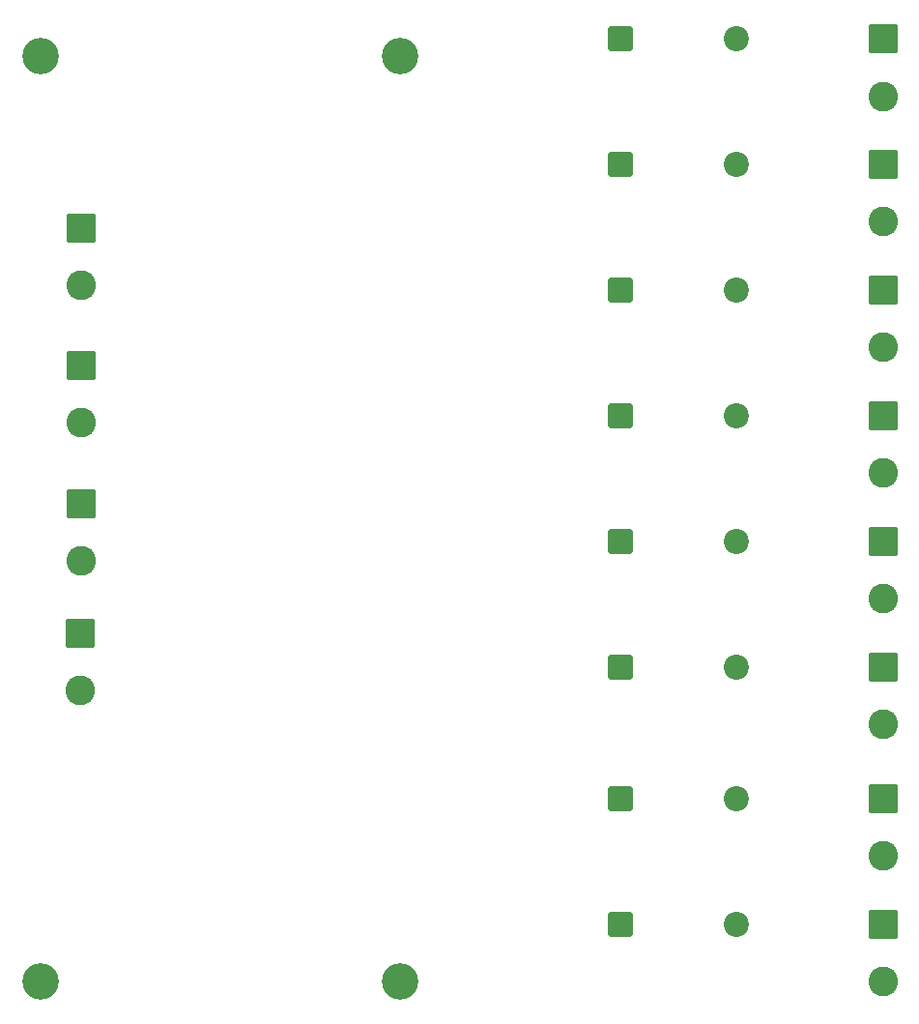
<source format=gbr>
%TF.GenerationSoftware,KiCad,Pcbnew,9.0.7*%
%TF.CreationDate,2026-02-04T22:16:56+01:00*%
%TF.ProjectId,shiftBoard,73686966-7442-46f6-9172-642e6b696361,rev?*%
%TF.SameCoordinates,Original*%
%TF.FileFunction,Soldermask,Bot*%
%TF.FilePolarity,Negative*%
%FSLAX46Y46*%
G04 Gerber Fmt 4.6, Leading zero omitted, Abs format (unit mm)*
G04 Created by KiCad (PCBNEW 9.0.7) date 2026-02-04 22:16:56*
%MOMM*%
%LPD*%
G01*
G04 APERTURE LIST*
G04 Aperture macros list*
%AMRoundRect*
0 Rectangle with rounded corners*
0 $1 Rounding radius*
0 $2 $3 $4 $5 $6 $7 $8 $9 X,Y pos of 4 corners*
0 Add a 4 corners polygon primitive as box body*
4,1,4,$2,$3,$4,$5,$6,$7,$8,$9,$2,$3,0*
0 Add four circle primitives for the rounded corners*
1,1,$1+$1,$2,$3*
1,1,$1+$1,$4,$5*
1,1,$1+$1,$6,$7*
1,1,$1+$1,$8,$9*
0 Add four rect primitives between the rounded corners*
20,1,$1+$1,$2,$3,$4,$5,0*
20,1,$1+$1,$4,$5,$6,$7,0*
20,1,$1+$1,$6,$7,$8,$9,0*
20,1,$1+$1,$8,$9,$2,$3,0*%
G04 Aperture macros list end*
%ADD10RoundRect,0.249999X-0.850001X-0.850001X0.850001X-0.850001X0.850001X0.850001X-0.850001X0.850001X0*%
%ADD11C,2.200000*%
%ADD12RoundRect,0.250000X-1.050000X1.050000X-1.050000X-1.050000X1.050000X-1.050000X1.050000X1.050000X0*%
%ADD13C,2.600000*%
%ADD14C,3.200000*%
G04 APERTURE END LIST*
D10*
%TO.C,D6*%
X218827500Y-63500000D03*
D11*
X228987500Y-63500000D03*
%TD*%
D10*
%TO.C,D5*%
X218827500Y-74500000D03*
D11*
X228987500Y-74500000D03*
%TD*%
D12*
%TO.C,J8*%
X241827500Y-85500000D03*
D13*
X241827500Y-90500000D03*
%TD*%
D12*
%TO.C,J12*%
X241827500Y-41500000D03*
D13*
X241827500Y-46500000D03*
%TD*%
D10*
%TO.C,D4*%
X218827500Y-85500000D03*
D11*
X228987500Y-85500000D03*
%TD*%
D12*
%TO.C,J1*%
X171617500Y-58052500D03*
D13*
X171617500Y-63052500D03*
%TD*%
D12*
%TO.C,J6*%
X241827500Y-108000000D03*
D13*
X241827500Y-113000000D03*
%TD*%
D10*
%TO.C,D2*%
X218827500Y-108000000D03*
D11*
X228987500Y-108000000D03*
%TD*%
D10*
%TO.C,D7*%
X218827500Y-52500000D03*
D11*
X228987500Y-52500000D03*
%TD*%
D14*
%TO.C,H4*%
X168000000Y-124000000D03*
%TD*%
D12*
%TO.C,J4*%
X171500000Y-93500000D03*
D13*
X171500000Y-98500000D03*
%TD*%
D14*
%TO.C,H2*%
X199500000Y-43000000D03*
%TD*%
%TO.C,H3*%
X168000000Y-43000000D03*
%TD*%
%TO.C,H1*%
X199500000Y-124000000D03*
%TD*%
D12*
%TO.C,J9*%
X241827500Y-74500000D03*
D13*
X241827500Y-79500000D03*
%TD*%
D10*
%TO.C,D1*%
X218827500Y-119000000D03*
D11*
X228987500Y-119000000D03*
%TD*%
D12*
%TO.C,J7*%
X241827500Y-96500000D03*
D13*
X241827500Y-101500000D03*
%TD*%
D12*
%TO.C,J11*%
X241827500Y-52500000D03*
D13*
X241827500Y-57500000D03*
%TD*%
D10*
%TO.C,D3*%
X218827500Y-96500000D03*
D11*
X228987500Y-96500000D03*
%TD*%
D12*
%TO.C,J5*%
X241827500Y-119000000D03*
D13*
X241827500Y-124000000D03*
%TD*%
D10*
%TO.C,D8*%
X218827500Y-41500000D03*
D11*
X228987500Y-41500000D03*
%TD*%
D12*
%TO.C,J2*%
X171617500Y-70102500D03*
D13*
X171617500Y-75102500D03*
%TD*%
D12*
%TO.C,J10*%
X241827500Y-63500000D03*
D13*
X241827500Y-68500000D03*
%TD*%
D12*
%TO.C,J3*%
X171617500Y-82152500D03*
D13*
X171617500Y-87152500D03*
%TD*%
M02*

</source>
